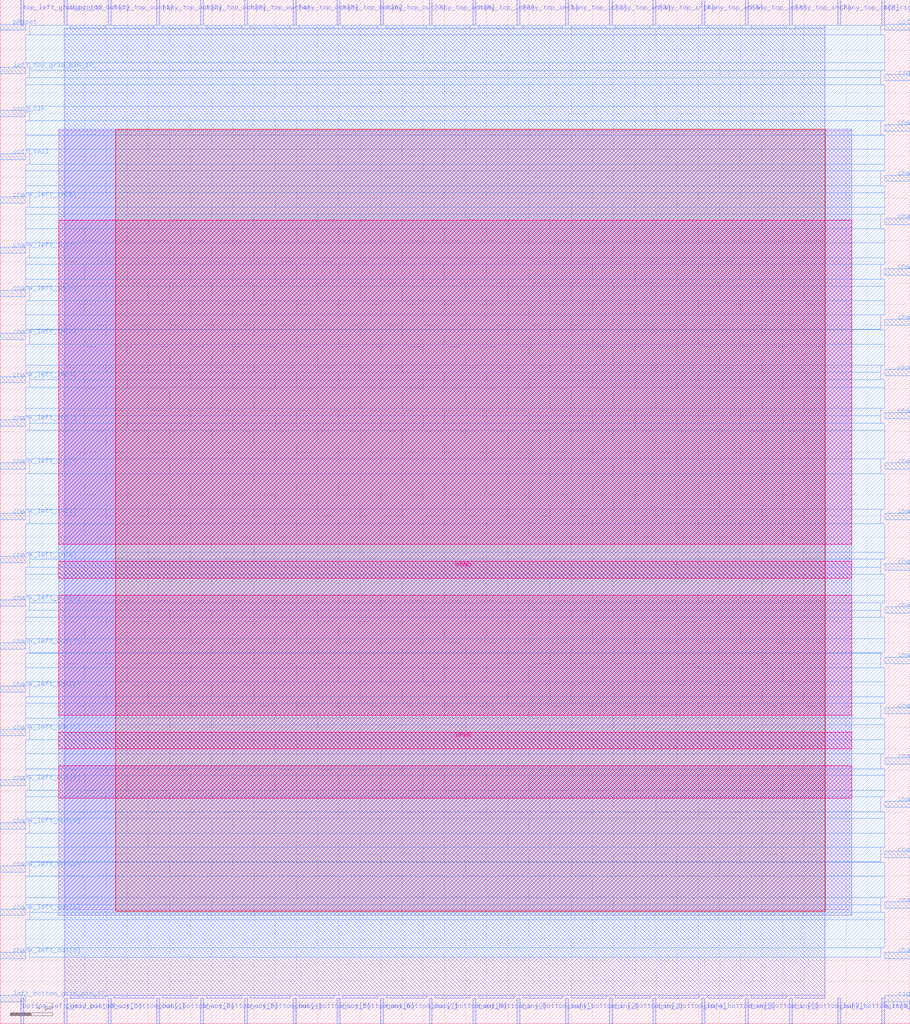
<source format=lef>
VERSION 5.7 ;
  NOWIREEXTENSIONATPIN ON ;
  DIVIDERCHAR "/" ;
  BUSBITCHARS "[]" ;
MACRO sb_1__1_
  CLASS BLOCK ;
  FOREIGN sb_1__1_ ;
  ORIGIN 0.000 0.000 ;
  SIZE 86.050 BY 96.770 ;
  PIN bottom_left_grid_pin_13_
    DIRECTION INPUT ;
    PORT
      LAYER met2 ;
        RECT 1.930 0.000 2.210 2.400 ;
    END
  END bottom_left_grid_pin_13_
  PIN bottom_right_grid_pin_11_
    DIRECTION INPUT ;
    PORT
      LAYER met2 ;
        RECT 83.350 0.000 83.630 2.400 ;
    END
  END bottom_right_grid_pin_11_
  PIN ccff_head
    DIRECTION INPUT ;
    PORT
      LAYER met3 ;
        RECT 83.650 93.880 86.050 94.480 ;
    END
  END ccff_head
  PIN ccff_tail
    DIRECTION OUTPUT TRISTATE ;
    PORT
      LAYER met3 ;
        RECT 0.000 81.640 2.400 82.240 ;
    END
  END ccff_tail
  PIN chanx_left_in[0]
    DIRECTION INPUT ;
    PORT
      LAYER met3 ;
        RECT 0.000 43.560 2.400 44.160 ;
    END
  END chanx_left_in[0]
  PIN chanx_left_in[1]
    DIRECTION INPUT ;
    PORT
      LAYER met3 ;
        RECT 0.000 47.640 2.400 48.240 ;
    END
  END chanx_left_in[1]
  PIN chanx_left_in[2]
    DIRECTION INPUT ;
    PORT
      LAYER met3 ;
        RECT 0.000 52.400 2.400 53.000 ;
    END
  END chanx_left_in[2]
  PIN chanx_left_in[3]
    DIRECTION INPUT ;
    PORT
      LAYER met3 ;
        RECT 0.000 56.480 2.400 57.080 ;
    END
  END chanx_left_in[3]
  PIN chanx_left_in[4]
    DIRECTION INPUT ;
    PORT
      LAYER met3 ;
        RECT 0.000 60.560 2.400 61.160 ;
    END
  END chanx_left_in[4]
  PIN chanx_left_in[5]
    DIRECTION INPUT ;
    PORT
      LAYER met3 ;
        RECT 0.000 64.640 2.400 65.240 ;
    END
  END chanx_left_in[5]
  PIN chanx_left_in[6]
    DIRECTION INPUT ;
    PORT
      LAYER met3 ;
        RECT 0.000 68.720 2.400 69.320 ;
    END
  END chanx_left_in[6]
  PIN chanx_left_in[7]
    DIRECTION INPUT ;
    PORT
      LAYER met3 ;
        RECT 0.000 72.800 2.400 73.400 ;
    END
  END chanx_left_in[7]
  PIN chanx_left_in[8]
    DIRECTION INPUT ;
    PORT
      LAYER met3 ;
        RECT 0.000 77.560 2.400 78.160 ;
    END
  END chanx_left_in[8]
  PIN chanx_left_out[0]
    DIRECTION OUTPUT TRISTATE ;
    PORT
      LAYER met3 ;
        RECT 0.000 6.160 2.400 6.760 ;
    END
  END chanx_left_out[0]
  PIN chanx_left_out[1]
    DIRECTION OUTPUT TRISTATE ;
    PORT
      LAYER met3 ;
        RECT 0.000 10.240 2.400 10.840 ;
    END
  END chanx_left_out[1]
  PIN chanx_left_out[2]
    DIRECTION OUTPUT TRISTATE ;
    PORT
      LAYER met3 ;
        RECT 0.000 14.320 2.400 14.920 ;
    END
  END chanx_left_out[2]
  PIN chanx_left_out[3]
    DIRECTION OUTPUT TRISTATE ;
    PORT
      LAYER met3 ;
        RECT 0.000 18.400 2.400 19.000 ;
    END
  END chanx_left_out[3]
  PIN chanx_left_out[4]
    DIRECTION OUTPUT TRISTATE ;
    PORT
      LAYER met3 ;
        RECT 0.000 22.480 2.400 23.080 ;
    END
  END chanx_left_out[4]
  PIN chanx_left_out[5]
    DIRECTION OUTPUT TRISTATE ;
    PORT
      LAYER met3 ;
        RECT 0.000 27.240 2.400 27.840 ;
    END
  END chanx_left_out[5]
  PIN chanx_left_out[6]
    DIRECTION OUTPUT TRISTATE ;
    PORT
      LAYER met3 ;
        RECT 0.000 31.320 2.400 31.920 ;
    END
  END chanx_left_out[6]
  PIN chanx_left_out[7]
    DIRECTION OUTPUT TRISTATE ;
    PORT
      LAYER met3 ;
        RECT 0.000 35.400 2.400 36.000 ;
    END
  END chanx_left_out[7]
  PIN chanx_left_out[8]
    DIRECTION OUTPUT TRISTATE ;
    PORT
      LAYER met3 ;
        RECT 0.000 39.480 2.400 40.080 ;
    END
  END chanx_left_out[8]
  PIN chanx_right_in[0]
    DIRECTION INPUT ;
    PORT
      LAYER met3 ;
        RECT 83.650 47.640 86.050 48.240 ;
    END
  END chanx_right_in[0]
  PIN chanx_right_in[1]
    DIRECTION INPUT ;
    PORT
      LAYER met3 ;
        RECT 83.650 52.400 86.050 53.000 ;
    END
  END chanx_right_in[1]
  PIN chanx_right_in[2]
    DIRECTION INPUT ;
    PORT
      LAYER met3 ;
        RECT 83.650 57.160 86.050 57.760 ;
    END
  END chanx_right_in[2]
  PIN chanx_right_in[3]
    DIRECTION INPUT ;
    PORT
      LAYER met3 ;
        RECT 83.650 61.240 86.050 61.840 ;
    END
  END chanx_right_in[3]
  PIN chanx_right_in[4]
    DIRECTION INPUT ;
    PORT
      LAYER met3 ;
        RECT 83.650 66.000 86.050 66.600 ;
    END
  END chanx_right_in[4]
  PIN chanx_right_in[5]
    DIRECTION INPUT ;
    PORT
      LAYER met3 ;
        RECT 83.650 70.760 86.050 71.360 ;
    END
  END chanx_right_in[5]
  PIN chanx_right_in[6]
    DIRECTION INPUT ;
    PORT
      LAYER met3 ;
        RECT 83.650 75.520 86.050 76.120 ;
    END
  END chanx_right_in[6]
  PIN chanx_right_in[7]
    DIRECTION INPUT ;
    PORT
      LAYER met3 ;
        RECT 83.650 79.600 86.050 80.200 ;
    END
  END chanx_right_in[7]
  PIN chanx_right_in[8]
    DIRECTION INPUT ;
    PORT
      LAYER met3 ;
        RECT 83.650 84.360 86.050 84.960 ;
    END
  END chanx_right_in[8]
  PIN chanx_right_out[0]
    DIRECTION OUTPUT TRISTATE ;
    PORT
      LAYER met3 ;
        RECT 83.650 6.160 86.050 6.760 ;
    END
  END chanx_right_out[0]
  PIN chanx_right_out[1]
    DIRECTION OUTPUT TRISTATE ;
    PORT
      LAYER met3 ;
        RECT 83.650 10.920 86.050 11.520 ;
    END
  END chanx_right_out[1]
  PIN chanx_right_out[2]
    DIRECTION OUTPUT TRISTATE ;
    PORT
      LAYER met3 ;
        RECT 83.650 15.680 86.050 16.280 ;
    END
  END chanx_right_out[2]
  PIN chanx_right_out[3]
    DIRECTION OUTPUT TRISTATE ;
    PORT
      LAYER met3 ;
        RECT 83.650 20.440 86.050 21.040 ;
    END
  END chanx_right_out[3]
  PIN chanx_right_out[4]
    DIRECTION OUTPUT TRISTATE ;
    PORT
      LAYER met3 ;
        RECT 83.650 24.520 86.050 25.120 ;
    END
  END chanx_right_out[4]
  PIN chanx_right_out[5]
    DIRECTION OUTPUT TRISTATE ;
    PORT
      LAYER met3 ;
        RECT 83.650 29.280 86.050 29.880 ;
    END
  END chanx_right_out[5]
  PIN chanx_right_out[6]
    DIRECTION OUTPUT TRISTATE ;
    PORT
      LAYER met3 ;
        RECT 83.650 34.040 86.050 34.640 ;
    END
  END chanx_right_out[6]
  PIN chanx_right_out[7]
    DIRECTION OUTPUT TRISTATE ;
    PORT
      LAYER met3 ;
        RECT 83.650 38.800 86.050 39.400 ;
    END
  END chanx_right_out[7]
  PIN chanx_right_out[8]
    DIRECTION OUTPUT TRISTATE ;
    PORT
      LAYER met3 ;
        RECT 83.650 42.880 86.050 43.480 ;
    END
  END chanx_right_out[8]
  PIN chany_bottom_in[0]
    DIRECTION INPUT ;
    PORT
      LAYER met2 ;
        RECT 44.710 0.000 44.990 2.400 ;
    END
  END chany_bottom_in[0]
  PIN chany_bottom_in[1]
    DIRECTION INPUT ;
    PORT
      LAYER met2 ;
        RECT 48.850 0.000 49.130 2.400 ;
    END
  END chany_bottom_in[1]
  PIN chany_bottom_in[2]
    DIRECTION INPUT ;
    PORT
      LAYER met2 ;
        RECT 53.450 0.000 53.730 2.400 ;
    END
  END chany_bottom_in[2]
  PIN chany_bottom_in[3]
    DIRECTION INPUT ;
    PORT
      LAYER met2 ;
        RECT 57.590 0.000 57.870 2.400 ;
    END
  END chany_bottom_in[3]
  PIN chany_bottom_in[4]
    DIRECTION INPUT ;
    PORT
      LAYER met2 ;
        RECT 61.730 0.000 62.010 2.400 ;
    END
  END chany_bottom_in[4]
  PIN chany_bottom_in[5]
    DIRECTION INPUT ;
    PORT
      LAYER met2 ;
        RECT 66.330 0.000 66.610 2.400 ;
    END
  END chany_bottom_in[5]
  PIN chany_bottom_in[6]
    DIRECTION INPUT ;
    PORT
      LAYER met2 ;
        RECT 70.470 0.000 70.750 2.400 ;
    END
  END chany_bottom_in[6]
  PIN chany_bottom_in[7]
    DIRECTION INPUT ;
    PORT
      LAYER met2 ;
        RECT 74.610 0.000 74.890 2.400 ;
    END
  END chany_bottom_in[7]
  PIN chany_bottom_in[8]
    DIRECTION INPUT ;
    PORT
      LAYER met2 ;
        RECT 79.210 0.000 79.490 2.400 ;
    END
  END chany_bottom_in[8]
  PIN chany_bottom_out[0]
    DIRECTION OUTPUT TRISTATE ;
    PORT
      LAYER met2 ;
        RECT 6.070 0.000 6.350 2.400 ;
    END
  END chany_bottom_out[0]
  PIN chany_bottom_out[1]
    DIRECTION OUTPUT TRISTATE ;
    PORT
      LAYER met2 ;
        RECT 10.210 0.000 10.490 2.400 ;
    END
  END chany_bottom_out[1]
  PIN chany_bottom_out[2]
    DIRECTION OUTPUT TRISTATE ;
    PORT
      LAYER met2 ;
        RECT 14.810 0.000 15.090 2.400 ;
    END
  END chany_bottom_out[2]
  PIN chany_bottom_out[3]
    DIRECTION OUTPUT TRISTATE ;
    PORT
      LAYER met2 ;
        RECT 18.950 0.000 19.230 2.400 ;
    END
  END chany_bottom_out[3]
  PIN chany_bottom_out[4]
    DIRECTION OUTPUT TRISTATE ;
    PORT
      LAYER met2 ;
        RECT 23.090 0.000 23.370 2.400 ;
    END
  END chany_bottom_out[4]
  PIN chany_bottom_out[5]
    DIRECTION OUTPUT TRISTATE ;
    PORT
      LAYER met2 ;
        RECT 27.690 0.000 27.970 2.400 ;
    END
  END chany_bottom_out[5]
  PIN chany_bottom_out[6]
    DIRECTION OUTPUT TRISTATE ;
    PORT
      LAYER met2 ;
        RECT 31.830 0.000 32.110 2.400 ;
    END
  END chany_bottom_out[6]
  PIN chany_bottom_out[7]
    DIRECTION OUTPUT TRISTATE ;
    PORT
      LAYER met2 ;
        RECT 35.970 0.000 36.250 2.400 ;
    END
  END chany_bottom_out[7]
  PIN chany_bottom_out[8]
    DIRECTION OUTPUT TRISTATE ;
    PORT
      LAYER met2 ;
        RECT 40.570 0.000 40.850 2.400 ;
    END
  END chany_bottom_out[8]
  PIN chany_top_in[0]
    DIRECTION INPUT ;
    PORT
      LAYER met2 ;
        RECT 44.710 94.370 44.990 96.770 ;
    END
  END chany_top_in[0]
  PIN chany_top_in[1]
    DIRECTION INPUT ;
    PORT
      LAYER met2 ;
        RECT 48.850 94.370 49.130 96.770 ;
    END
  END chany_top_in[1]
  PIN chany_top_in[2]
    DIRECTION INPUT ;
    PORT
      LAYER met2 ;
        RECT 53.450 94.370 53.730 96.770 ;
    END
  END chany_top_in[2]
  PIN chany_top_in[3]
    DIRECTION INPUT ;
    PORT
      LAYER met2 ;
        RECT 57.590 94.370 57.870 96.770 ;
    END
  END chany_top_in[3]
  PIN chany_top_in[4]
    DIRECTION INPUT ;
    PORT
      LAYER met2 ;
        RECT 61.730 94.370 62.010 96.770 ;
    END
  END chany_top_in[4]
  PIN chany_top_in[5]
    DIRECTION INPUT ;
    PORT
      LAYER met2 ;
        RECT 66.330 94.370 66.610 96.770 ;
    END
  END chany_top_in[5]
  PIN chany_top_in[6]
    DIRECTION INPUT ;
    PORT
      LAYER met2 ;
        RECT 70.470 94.370 70.750 96.770 ;
    END
  END chany_top_in[6]
  PIN chany_top_in[7]
    DIRECTION INPUT ;
    PORT
      LAYER met2 ;
        RECT 74.610 94.370 74.890 96.770 ;
    END
  END chany_top_in[7]
  PIN chany_top_in[8]
    DIRECTION INPUT ;
    PORT
      LAYER met2 ;
        RECT 79.210 94.370 79.490 96.770 ;
    END
  END chany_top_in[8]
  PIN chany_top_out[0]
    DIRECTION OUTPUT TRISTATE ;
    PORT
      LAYER met2 ;
        RECT 6.070 94.370 6.350 96.770 ;
    END
  END chany_top_out[0]
  PIN chany_top_out[1]
    DIRECTION OUTPUT TRISTATE ;
    PORT
      LAYER met2 ;
        RECT 10.210 94.370 10.490 96.770 ;
    END
  END chany_top_out[1]
  PIN chany_top_out[2]
    DIRECTION OUTPUT TRISTATE ;
    PORT
      LAYER met2 ;
        RECT 14.810 94.370 15.090 96.770 ;
    END
  END chany_top_out[2]
  PIN chany_top_out[3]
    DIRECTION OUTPUT TRISTATE ;
    PORT
      LAYER met2 ;
        RECT 18.950 94.370 19.230 96.770 ;
    END
  END chany_top_out[3]
  PIN chany_top_out[4]
    DIRECTION OUTPUT TRISTATE ;
    PORT
      LAYER met2 ;
        RECT 23.090 94.370 23.370 96.770 ;
    END
  END chany_top_out[4]
  PIN chany_top_out[5]
    DIRECTION OUTPUT TRISTATE ;
    PORT
      LAYER met2 ;
        RECT 27.690 94.370 27.970 96.770 ;
    END
  END chany_top_out[5]
  PIN chany_top_out[6]
    DIRECTION OUTPUT TRISTATE ;
    PORT
      LAYER met2 ;
        RECT 31.830 94.370 32.110 96.770 ;
    END
  END chany_top_out[6]
  PIN chany_top_out[7]
    DIRECTION OUTPUT TRISTATE ;
    PORT
      LAYER met2 ;
        RECT 35.970 94.370 36.250 96.770 ;
    END
  END chany_top_out[7]
  PIN chany_top_out[8]
    DIRECTION OUTPUT TRISTATE ;
    PORT
      LAYER met2 ;
        RECT 40.570 94.370 40.850 96.770 ;
    END
  END chany_top_out[8]
  PIN left_bottom_grid_pin_12_
    DIRECTION INPUT ;
    PORT
      LAYER met3 ;
        RECT 0.000 2.080 2.400 2.680 ;
    END
  END left_bottom_grid_pin_12_
  PIN left_top_grid_pin_10_
    DIRECTION INPUT ;
    PORT
      LAYER met3 ;
        RECT 0.000 89.800 2.400 90.400 ;
    END
  END left_top_grid_pin_10_
  PIN pReset
    DIRECTION INPUT ;
    PORT
      LAYER met3 ;
        RECT 0.000 93.880 2.400 94.480 ;
    END
  END pReset
  PIN prog_clk
    DIRECTION INPUT ;
    PORT
      LAYER met3 ;
        RECT 0.000 85.720 2.400 86.320 ;
    END
  END prog_clk
  PIN right_bottom_grid_pin_12_
    DIRECTION INPUT ;
    PORT
      LAYER met3 ;
        RECT 83.650 2.080 86.050 2.680 ;
    END
  END right_bottom_grid_pin_12_
  PIN right_top_grid_pin_10_
    DIRECTION INPUT ;
    PORT
      LAYER met3 ;
        RECT 83.650 89.120 86.050 89.720 ;
    END
  END right_top_grid_pin_10_
  PIN top_left_grid_pin_13_
    DIRECTION INPUT ;
    PORT
      LAYER met2 ;
        RECT 1.930 94.370 2.210 96.770 ;
    END
  END top_left_grid_pin_13_
  PIN top_right_grid_pin_11_
    DIRECTION INPUT ;
    PORT
      LAYER met2 ;
        RECT 83.350 94.370 83.630 96.770 ;
    END
  END top_right_grid_pin_11_
  PIN VPWR
    DIRECTION INPUT ;
    USE POWER ;
    PORT
      LAYER met5 ;
        RECT 5.520 25.970 80.500 27.570 ;
    END
  END VPWR
  PIN VGND
    DIRECTION INPUT ;
    USE GROUND ;
    PORT
      LAYER met5 ;
        RECT 5.520 42.095 80.500 43.695 ;
    END
  END VGND
  OBS
      LAYER li1 ;
        RECT 5.520 10.795 80.500 84.405 ;
      LAYER met1 ;
        RECT 5.520 10.240 80.500 84.560 ;
      LAYER met2 ;
        RECT 6.630 94.090 9.930 94.370 ;
        RECT 10.770 94.090 14.530 94.370 ;
        RECT 15.370 94.090 18.670 94.370 ;
        RECT 19.510 94.090 22.810 94.370 ;
        RECT 23.650 94.090 27.410 94.370 ;
        RECT 28.250 94.090 31.550 94.370 ;
        RECT 32.390 94.090 35.690 94.370 ;
        RECT 36.530 94.090 40.290 94.370 ;
        RECT 41.130 94.090 44.430 94.370 ;
        RECT 45.270 94.090 48.570 94.370 ;
        RECT 49.410 94.090 53.170 94.370 ;
        RECT 54.010 94.090 57.310 94.370 ;
        RECT 58.150 94.090 61.450 94.370 ;
        RECT 62.290 94.090 66.050 94.370 ;
        RECT 66.890 94.090 70.190 94.370 ;
        RECT 71.030 94.090 74.330 94.370 ;
        RECT 75.170 94.090 77.965 94.370 ;
        RECT 6.080 2.680 77.965 94.090 ;
        RECT 6.630 2.400 9.930 2.680 ;
        RECT 10.770 2.400 14.530 2.680 ;
        RECT 15.370 2.400 18.670 2.680 ;
        RECT 19.510 2.400 22.810 2.680 ;
        RECT 23.650 2.400 27.410 2.680 ;
        RECT 28.250 2.400 31.550 2.680 ;
        RECT 32.390 2.400 35.690 2.680 ;
        RECT 36.530 2.400 40.290 2.680 ;
        RECT 41.130 2.400 44.430 2.680 ;
        RECT 45.270 2.400 48.570 2.680 ;
        RECT 49.410 2.400 53.170 2.680 ;
        RECT 54.010 2.400 57.310 2.680 ;
        RECT 58.150 2.400 61.450 2.680 ;
        RECT 62.290 2.400 66.050 2.680 ;
        RECT 66.890 2.400 70.190 2.680 ;
        RECT 71.030 2.400 74.330 2.680 ;
        RECT 75.170 2.400 77.965 2.680 ;
      LAYER met3 ;
        RECT 2.800 93.480 83.250 94.345 ;
        RECT 2.400 90.800 83.650 93.480 ;
        RECT 2.800 90.120 83.650 90.800 ;
        RECT 2.800 89.400 83.250 90.120 ;
        RECT 2.400 88.720 83.250 89.400 ;
        RECT 2.400 86.720 83.650 88.720 ;
        RECT 2.800 85.360 83.650 86.720 ;
        RECT 2.800 85.320 83.250 85.360 ;
        RECT 2.400 83.960 83.250 85.320 ;
        RECT 2.400 82.640 83.650 83.960 ;
        RECT 2.800 81.240 83.650 82.640 ;
        RECT 2.400 80.600 83.650 81.240 ;
        RECT 2.400 79.200 83.250 80.600 ;
        RECT 2.400 78.560 83.650 79.200 ;
        RECT 2.800 77.160 83.650 78.560 ;
        RECT 2.400 76.520 83.650 77.160 ;
        RECT 2.400 75.120 83.250 76.520 ;
        RECT 2.400 73.800 83.650 75.120 ;
        RECT 2.800 72.400 83.650 73.800 ;
        RECT 2.400 71.760 83.650 72.400 ;
        RECT 2.400 70.360 83.250 71.760 ;
        RECT 2.400 69.720 83.650 70.360 ;
        RECT 2.800 68.320 83.650 69.720 ;
        RECT 2.400 67.000 83.650 68.320 ;
        RECT 2.400 65.640 83.250 67.000 ;
        RECT 2.800 65.600 83.250 65.640 ;
        RECT 2.800 64.240 83.650 65.600 ;
        RECT 2.400 62.240 83.650 64.240 ;
        RECT 2.400 61.560 83.250 62.240 ;
        RECT 2.800 60.840 83.250 61.560 ;
        RECT 2.800 60.160 83.650 60.840 ;
        RECT 2.400 58.160 83.650 60.160 ;
        RECT 2.400 57.480 83.250 58.160 ;
        RECT 2.800 56.760 83.250 57.480 ;
        RECT 2.800 56.080 83.650 56.760 ;
        RECT 2.400 53.400 83.650 56.080 ;
        RECT 2.800 52.000 83.250 53.400 ;
        RECT 2.400 48.640 83.650 52.000 ;
        RECT 2.800 47.240 83.250 48.640 ;
        RECT 2.400 44.560 83.650 47.240 ;
        RECT 2.800 43.880 83.650 44.560 ;
        RECT 2.800 43.160 83.250 43.880 ;
        RECT 2.400 42.480 83.250 43.160 ;
        RECT 2.400 40.480 83.650 42.480 ;
        RECT 2.800 39.800 83.650 40.480 ;
        RECT 2.800 39.080 83.250 39.800 ;
        RECT 2.400 38.400 83.250 39.080 ;
        RECT 2.400 36.400 83.650 38.400 ;
        RECT 2.800 35.040 83.650 36.400 ;
        RECT 2.800 35.000 83.250 35.040 ;
        RECT 2.400 33.640 83.250 35.000 ;
        RECT 2.400 32.320 83.650 33.640 ;
        RECT 2.800 30.920 83.650 32.320 ;
        RECT 2.400 30.280 83.650 30.920 ;
        RECT 2.400 28.880 83.250 30.280 ;
        RECT 2.400 28.240 83.650 28.880 ;
        RECT 2.800 26.840 83.650 28.240 ;
        RECT 2.400 25.520 83.650 26.840 ;
        RECT 2.400 24.120 83.250 25.520 ;
        RECT 2.400 23.480 83.650 24.120 ;
        RECT 2.800 22.080 83.650 23.480 ;
        RECT 2.400 21.440 83.650 22.080 ;
        RECT 2.400 20.040 83.250 21.440 ;
        RECT 2.400 19.400 83.650 20.040 ;
        RECT 2.800 18.000 83.650 19.400 ;
        RECT 2.400 16.680 83.650 18.000 ;
        RECT 2.400 15.320 83.250 16.680 ;
        RECT 2.800 15.280 83.250 15.320 ;
        RECT 2.800 13.920 83.650 15.280 ;
        RECT 2.400 11.920 83.650 13.920 ;
        RECT 2.400 11.240 83.250 11.920 ;
        RECT 2.800 10.520 83.250 11.240 ;
        RECT 2.800 9.840 83.650 10.520 ;
        RECT 2.400 7.160 83.650 9.840 ;
        RECT 2.800 6.295 83.250 7.160 ;
      LAYER met4 ;
        RECT 10.910 10.640 78.025 84.560 ;
      LAYER met5 ;
        RECT 5.520 45.295 80.500 75.950 ;
        RECT 5.520 29.170 80.500 40.495 ;
        RECT 5.520 21.300 80.500 24.370 ;
  END
END sb_1__1_
END LIBRARY


</source>
